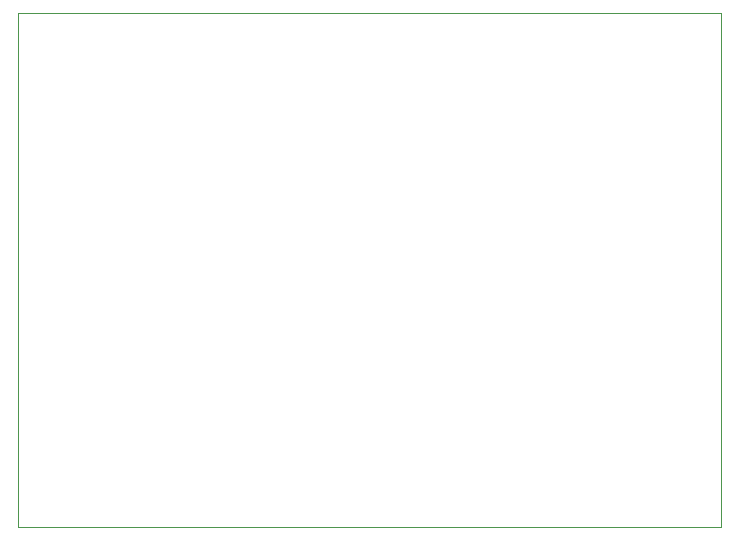
<source format=gbr>
G04 #@! TF.GenerationSoftware,KiCad,Pcbnew,(5.1.2)-1*
G04 #@! TF.CreationDate,2020-03-16T01:25:21+09:00*
G04 #@! TF.ProjectId,L298N_DRIVER,4c323938-4e5f-4445-9249-5645522e6b69,rev?*
G04 #@! TF.SameCoordinates,Original*
G04 #@! TF.FileFunction,Profile,NP*
%FSLAX46Y46*%
G04 Gerber Fmt 4.6, Leading zero omitted, Abs format (unit mm)*
G04 Created by KiCad (PCBNEW (5.1.2)-1) date 2020-03-16 01:25:21*
%MOMM*%
%LPD*%
G04 APERTURE LIST*
%ADD10C,0.050000*%
G04 APERTURE END LIST*
D10*
X121500000Y-87500000D02*
X121500000Y-44000000D01*
X181000000Y-87500000D02*
X121500000Y-87500000D01*
X181000000Y-44000000D02*
X181000000Y-87500000D01*
X121500000Y-44000000D02*
X181000000Y-44000000D01*
M02*

</source>
